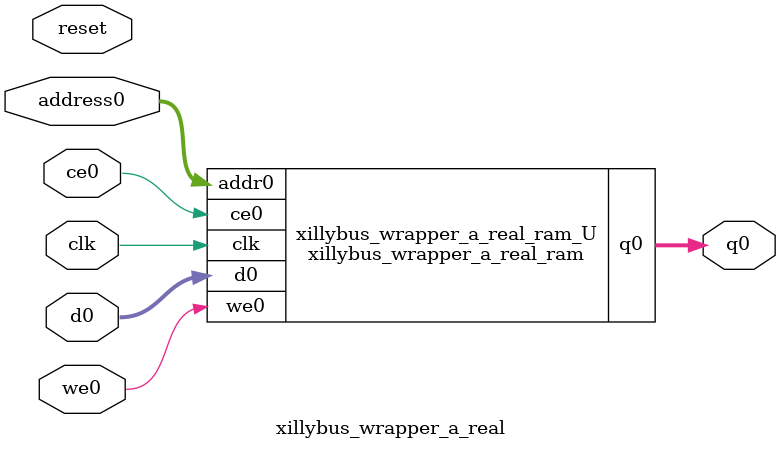
<source format=v>

`timescale 1 ns / 1 ps
module xillybus_wrapper_a_real_ram (addr0, ce0, d0, we0, q0,  clk);

parameter DWIDTH = 32;
parameter AWIDTH = 9;
parameter MEM_SIZE = 512;

input[AWIDTH-1:0] addr0;
input ce0;
input[DWIDTH-1:0] d0;
input we0;
output reg[DWIDTH-1:0] q0;
input clk;

(* ram_style = "block" *)reg [DWIDTH-1:0] ram[MEM_SIZE-1:0];




always @(posedge clk)  
begin 
    if (ce0) 
    begin
        if (we0) 
        begin 
            ram[addr0] <= d0; 
            q0 <= d0;
        end 
        else 
            q0 <= ram[addr0];
    end
end


endmodule


`timescale 1 ns / 1 ps
module xillybus_wrapper_a_real(
    reset,
    clk,
    address0,
    ce0,
    we0,
    d0,
    q0);

parameter DataWidth = 32'd32;
parameter AddressRange = 32'd512;
parameter AddressWidth = 32'd9;
input reset;
input clk;
input[AddressWidth - 1:0] address0;
input ce0;
input we0;
input[DataWidth - 1:0] d0;
output[DataWidth - 1:0] q0;




xillybus_wrapper_a_real_ram xillybus_wrapper_a_real_ram_U(
    .clk( clk ),
    .addr0( address0 ),
    .ce0( ce0 ),
    .d0( d0 ),
    .we0( we0 ),
    .q0( q0 ));

endmodule


</source>
